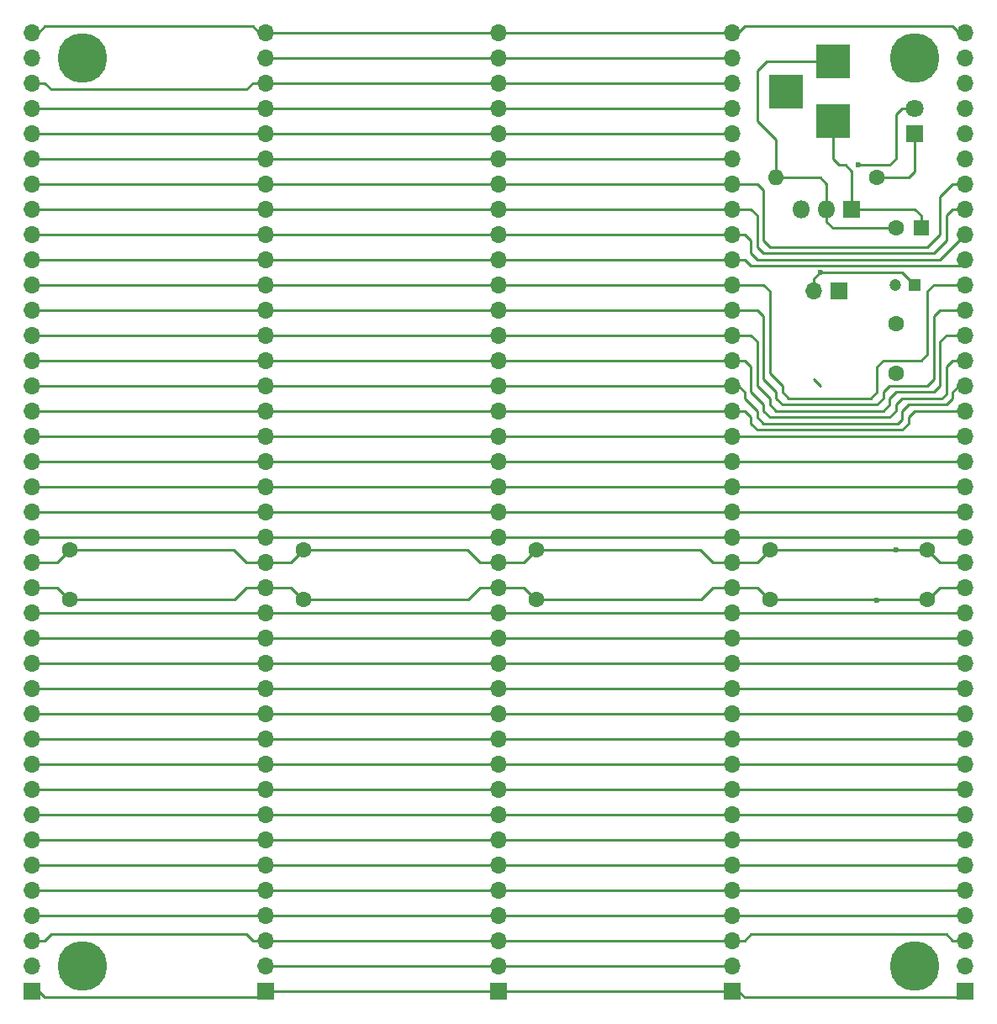
<source format=gtl>
G04 #@! TF.FileFunction,Copper,L1,Top,Signal*
%FSLAX46Y46*%
G04 Gerber Fmt 4.6, Leading zero omitted, Abs format (unit mm)*
G04 Created by KiCad (PCBNEW 4.0.7) date 02/11/19 21:11:47*
%MOMM*%
%LPD*%
G01*
G04 APERTURE LIST*
%ADD10C,0.100000*%
%ADD11R,1.700000X1.700000*%
%ADD12O,1.700000X1.700000*%
%ADD13R,1.600000X1.600000*%
%ADD14C,1.600000*%
%ADD15R,1.200000X1.200000*%
%ADD16C,1.200000*%
%ADD17R,3.500000X3.500000*%
%ADD18C,5.000000*%
%ADD19R,1.800000X1.800000*%
%ADD20O,1.800000X1.800000*%
%ADD21C,1.800000*%
%ADD22O,1.600000X1.600000*%
%ADD23C,0.600000*%
%ADD24C,0.250000*%
G04 APERTURE END LIST*
D10*
D11*
X64770000Y-156210000D03*
D12*
X64770000Y-153670000D03*
X64770000Y-151130000D03*
X64770000Y-148590000D03*
X64770000Y-146050000D03*
X64770000Y-143510000D03*
X64770000Y-140970000D03*
X64770000Y-138430000D03*
X64770000Y-135890000D03*
X64770000Y-133350000D03*
X64770000Y-130810000D03*
X64770000Y-128270000D03*
X64770000Y-125730000D03*
X64770000Y-123190000D03*
X64770000Y-120650000D03*
X64770000Y-118110000D03*
X64770000Y-115570000D03*
X64770000Y-113030000D03*
X64770000Y-110490000D03*
X64770000Y-107950000D03*
X64770000Y-105410000D03*
X64770000Y-102870000D03*
X64770000Y-100330000D03*
X64770000Y-97790000D03*
X64770000Y-95250000D03*
X64770000Y-92710000D03*
X64770000Y-90170000D03*
X64770000Y-87630000D03*
X64770000Y-85090000D03*
X64770000Y-82550000D03*
X64770000Y-80010000D03*
X64770000Y-77470000D03*
X64770000Y-74930000D03*
X64770000Y-72390000D03*
X64770000Y-69850000D03*
X64770000Y-67310000D03*
X64770000Y-64770000D03*
X64770000Y-62230000D03*
X64770000Y-59690000D03*
D13*
X154305000Y-79375000D03*
D14*
X151805000Y-79375000D03*
D15*
X153670000Y-85090000D03*
D16*
X151670000Y-85090000D03*
D14*
X151765000Y-93980000D03*
X151765000Y-88980000D03*
X68580000Y-111760000D03*
X68580000Y-116760000D03*
X92075000Y-111760000D03*
X92075000Y-116760000D03*
X115570000Y-111760000D03*
X115570000Y-116760000D03*
X139065000Y-111760000D03*
X139065000Y-116760000D03*
X154940000Y-111760000D03*
X154940000Y-116760000D03*
D17*
X145415000Y-68580000D03*
X145415000Y-62580000D03*
X140715000Y-65580000D03*
D11*
X88265000Y-156210000D03*
D12*
X88265000Y-153670000D03*
X88265000Y-151130000D03*
X88265000Y-148590000D03*
X88265000Y-146050000D03*
X88265000Y-143510000D03*
X88265000Y-140970000D03*
X88265000Y-138430000D03*
X88265000Y-135890000D03*
X88265000Y-133350000D03*
X88265000Y-130810000D03*
X88265000Y-128270000D03*
X88265000Y-125730000D03*
X88265000Y-123190000D03*
X88265000Y-120650000D03*
X88265000Y-118110000D03*
X88265000Y-115570000D03*
X88265000Y-113030000D03*
X88265000Y-110490000D03*
X88265000Y-107950000D03*
X88265000Y-105410000D03*
X88265000Y-102870000D03*
X88265000Y-100330000D03*
X88265000Y-97790000D03*
X88265000Y-95250000D03*
X88265000Y-92710000D03*
X88265000Y-90170000D03*
X88265000Y-87630000D03*
X88265000Y-85090000D03*
X88265000Y-82550000D03*
X88265000Y-80010000D03*
X88265000Y-77470000D03*
X88265000Y-74930000D03*
X88265000Y-72390000D03*
X88265000Y-69850000D03*
X88265000Y-67310000D03*
X88265000Y-64770000D03*
X88265000Y-62230000D03*
X88265000Y-59690000D03*
D11*
X111760000Y-156210000D03*
D12*
X111760000Y-153670000D03*
X111760000Y-151130000D03*
X111760000Y-148590000D03*
X111760000Y-146050000D03*
X111760000Y-143510000D03*
X111760000Y-140970000D03*
X111760000Y-138430000D03*
X111760000Y-135890000D03*
X111760000Y-133350000D03*
X111760000Y-130810000D03*
X111760000Y-128270000D03*
X111760000Y-125730000D03*
X111760000Y-123190000D03*
X111760000Y-120650000D03*
X111760000Y-118110000D03*
X111760000Y-115570000D03*
X111760000Y-113030000D03*
X111760000Y-110490000D03*
X111760000Y-107950000D03*
X111760000Y-105410000D03*
X111760000Y-102870000D03*
X111760000Y-100330000D03*
X111760000Y-97790000D03*
X111760000Y-95250000D03*
X111760000Y-92710000D03*
X111760000Y-90170000D03*
X111760000Y-87630000D03*
X111760000Y-85090000D03*
X111760000Y-82550000D03*
X111760000Y-80010000D03*
X111760000Y-77470000D03*
X111760000Y-74930000D03*
X111760000Y-72390000D03*
X111760000Y-69850000D03*
X111760000Y-67310000D03*
X111760000Y-64770000D03*
X111760000Y-62230000D03*
X111760000Y-59690000D03*
D11*
X135255000Y-156210000D03*
D12*
X135255000Y-153670000D03*
X135255000Y-151130000D03*
X135255000Y-148590000D03*
X135255000Y-146050000D03*
X135255000Y-143510000D03*
X135255000Y-140970000D03*
X135255000Y-138430000D03*
X135255000Y-135890000D03*
X135255000Y-133350000D03*
X135255000Y-130810000D03*
X135255000Y-128270000D03*
X135255000Y-125730000D03*
X135255000Y-123190000D03*
X135255000Y-120650000D03*
X135255000Y-118110000D03*
X135255000Y-115570000D03*
X135255000Y-113030000D03*
X135255000Y-110490000D03*
X135255000Y-107950000D03*
X135255000Y-105410000D03*
X135255000Y-102870000D03*
X135255000Y-100330000D03*
X135255000Y-97790000D03*
X135255000Y-95250000D03*
X135255000Y-92710000D03*
X135255000Y-90170000D03*
X135255000Y-87630000D03*
X135255000Y-85090000D03*
X135255000Y-82550000D03*
X135255000Y-80010000D03*
X135255000Y-77470000D03*
X135255000Y-74930000D03*
X135255000Y-72390000D03*
X135255000Y-69850000D03*
X135255000Y-67310000D03*
X135255000Y-64770000D03*
X135255000Y-62230000D03*
X135255000Y-59690000D03*
D11*
X158750000Y-156210000D03*
D12*
X158750000Y-153670000D03*
X158750000Y-151130000D03*
X158750000Y-148590000D03*
X158750000Y-146050000D03*
X158750000Y-143510000D03*
X158750000Y-140970000D03*
X158750000Y-138430000D03*
X158750000Y-135890000D03*
X158750000Y-133350000D03*
X158750000Y-130810000D03*
X158750000Y-128270000D03*
X158750000Y-125730000D03*
X158750000Y-123190000D03*
X158750000Y-120650000D03*
X158750000Y-118110000D03*
X158750000Y-115570000D03*
X158750000Y-113030000D03*
X158750000Y-110490000D03*
X158750000Y-107950000D03*
X158750000Y-105410000D03*
X158750000Y-102870000D03*
X158750000Y-100330000D03*
X158750000Y-97790000D03*
X158750000Y-95250000D03*
X158750000Y-92710000D03*
X158750000Y-90170000D03*
X158750000Y-87630000D03*
X158750000Y-85090000D03*
X158750000Y-82550000D03*
X158750000Y-80010000D03*
X158750000Y-77470000D03*
X158750000Y-74930000D03*
X158750000Y-72390000D03*
X158750000Y-69850000D03*
X158750000Y-67310000D03*
X158750000Y-64770000D03*
X158750000Y-62230000D03*
X158750000Y-59690000D03*
D18*
X69850000Y-153670000D03*
X153670000Y-153670000D03*
X153670000Y-62230000D03*
X69850000Y-62230000D03*
D19*
X147320000Y-77470000D03*
D20*
X144780000Y-77470000D03*
X142240000Y-77470000D03*
D11*
X146050000Y-85725000D03*
D12*
X143510000Y-85725000D03*
D19*
X153670000Y-69850000D03*
D21*
X153670000Y-67310000D03*
D14*
X149860000Y-74295000D03*
D22*
X139700000Y-74295000D03*
D23*
X149860000Y-116840000D03*
X147955000Y-73025000D03*
X144145000Y-83820000D03*
X151765000Y-111760000D03*
D24*
X144145000Y-95250000D02*
X143510000Y-94615000D01*
X154305000Y-79375000D02*
X154305000Y-78105000D01*
X153670000Y-77470000D02*
X147320000Y-77470000D01*
X154305000Y-78105000D02*
X153670000Y-77470000D01*
X145415000Y-68580000D02*
X145415000Y-72390000D01*
X147320000Y-73660000D02*
X147320000Y-77470000D01*
X146685000Y-73025000D02*
X147320000Y-73660000D01*
X146050000Y-73025000D02*
X146685000Y-73025000D01*
X145415000Y-72390000D02*
X146050000Y-73025000D01*
X145415000Y-62580000D02*
X138715000Y-62580000D01*
X139700000Y-70485000D02*
X139700000Y-74295000D01*
X137795000Y-68580000D02*
X139700000Y-70485000D01*
X137795000Y-63500000D02*
X137795000Y-68580000D01*
X138715000Y-62580000D02*
X137795000Y-63500000D01*
X151805000Y-79375000D02*
X145415000Y-79375000D01*
X144780000Y-78740000D02*
X145415000Y-79375000D01*
X144780000Y-78740000D02*
X144780000Y-77470000D01*
X139700000Y-74295000D02*
X144145000Y-74295000D01*
X144145000Y-74295000D02*
X144780000Y-74930000D01*
X144780000Y-74930000D02*
X144780000Y-77470000D01*
X149860000Y-116840000D02*
X149860000Y-116760000D01*
X149860000Y-116760000D02*
X149860000Y-116840000D01*
X149860000Y-116840000D02*
X149860000Y-116760000D01*
X139065000Y-116760000D02*
X149860000Y-116760000D01*
X149860000Y-116760000D02*
X154940000Y-116760000D01*
X115570000Y-116760000D02*
X132160000Y-116760000D01*
X133350000Y-115570000D02*
X135255000Y-115570000D01*
X132160000Y-116760000D02*
X133350000Y-115570000D01*
X92075000Y-116760000D02*
X108665000Y-116760000D01*
X109855000Y-115570000D02*
X111760000Y-115570000D01*
X108665000Y-116760000D02*
X109855000Y-115570000D01*
X68580000Y-116760000D02*
X85170000Y-116760000D01*
X86360000Y-115570000D02*
X88265000Y-115570000D01*
X85170000Y-116760000D02*
X86360000Y-115570000D01*
X68580000Y-116760000D02*
X68500000Y-116760000D01*
X68500000Y-116760000D02*
X67310000Y-115570000D01*
X67310000Y-115570000D02*
X64770000Y-115570000D01*
X92075000Y-116760000D02*
X91995000Y-116760000D01*
X91995000Y-116760000D02*
X90805000Y-115570000D01*
X90805000Y-115570000D02*
X88265000Y-115570000D01*
X115570000Y-116760000D02*
X115490000Y-116760000D01*
X115490000Y-116760000D02*
X114300000Y-115570000D01*
X114300000Y-115570000D02*
X111760000Y-115570000D01*
X139065000Y-116760000D02*
X138985000Y-116760000D01*
X138985000Y-116760000D02*
X137795000Y-115570000D01*
X137795000Y-115570000D02*
X135255000Y-115570000D01*
X154940000Y-116760000D02*
X155020000Y-116760000D01*
X155020000Y-116760000D02*
X156210000Y-115570000D01*
X156210000Y-115570000D02*
X158750000Y-115570000D01*
X152400000Y-83820000D02*
X153670000Y-85090000D01*
X151765000Y-71755000D02*
X151765000Y-72390000D01*
X151130000Y-73025000D02*
X147955000Y-73025000D01*
X151765000Y-72390000D02*
X151130000Y-73025000D01*
X153670000Y-67310000D02*
X152400000Y-67310000D01*
X151765000Y-67945000D02*
X151765000Y-71755000D01*
X152400000Y-67310000D02*
X151765000Y-67945000D01*
X143510000Y-85725000D02*
X143510000Y-84455000D01*
X143510000Y-84455000D02*
X144145000Y-83820000D01*
X144145000Y-83820000D02*
X152400000Y-83820000D01*
X139065000Y-111760000D02*
X151765000Y-111760000D01*
X151765000Y-111760000D02*
X154940000Y-111760000D01*
X115570000Y-111760000D02*
X132080000Y-111760000D01*
X133350000Y-113030000D02*
X135255000Y-113030000D01*
X132080000Y-111760000D02*
X133350000Y-113030000D01*
X92075000Y-111760000D02*
X108585000Y-111760000D01*
X109855000Y-113030000D02*
X111760000Y-113030000D01*
X108585000Y-111760000D02*
X109855000Y-113030000D01*
X68580000Y-111760000D02*
X85090000Y-111760000D01*
X86360000Y-113030000D02*
X88265000Y-113030000D01*
X85090000Y-111760000D02*
X86360000Y-113030000D01*
X68580000Y-111760000D02*
X67310000Y-113030000D01*
X67310000Y-113030000D02*
X64770000Y-113030000D01*
X92075000Y-111760000D02*
X90805000Y-113030000D01*
X90805000Y-113030000D02*
X88265000Y-113030000D01*
X115570000Y-111760000D02*
X114300000Y-113030000D01*
X114300000Y-113030000D02*
X111760000Y-113030000D01*
X139065000Y-111760000D02*
X137795000Y-113030000D01*
X137795000Y-113030000D02*
X135255000Y-113030000D01*
X154940000Y-111760000D02*
X156210000Y-113030000D01*
X156210000Y-113030000D02*
X158750000Y-113030000D01*
X135255000Y-156210000D02*
X135890000Y-156210000D01*
X135890000Y-156210000D02*
X136525000Y-156845000D01*
X158115000Y-156845000D02*
X158750000Y-156210000D01*
X136525000Y-156845000D02*
X158115000Y-156845000D01*
X111760000Y-156210000D02*
X135255000Y-156210000D01*
X88265000Y-156210000D02*
X111760000Y-156210000D01*
X64770000Y-156210000D02*
X65405000Y-156210000D01*
X65405000Y-156210000D02*
X66040000Y-156845000D01*
X66040000Y-156845000D02*
X87630000Y-156845000D01*
X87630000Y-156845000D02*
X88265000Y-156210000D01*
X88265000Y-153670000D02*
X111760000Y-153670000D01*
X111760000Y-153670000D02*
X135255000Y-153670000D01*
X111760000Y-151130000D02*
X135255000Y-151130000D01*
X88265000Y-151130000D02*
X111760000Y-151130000D01*
X156845000Y-150495000D02*
X157480000Y-151130000D01*
X136525000Y-151130000D02*
X135255000Y-151130000D01*
X137160000Y-150495000D02*
X136525000Y-151130000D01*
X156845000Y-150495000D02*
X137160000Y-150495000D01*
X157480000Y-151130000D02*
X158750000Y-151130000D01*
X64770000Y-151130000D02*
X66040000Y-151130000D01*
X66040000Y-151130000D02*
X66675000Y-150495000D01*
X66675000Y-150495000D02*
X86360000Y-150495000D01*
X86360000Y-150495000D02*
X86995000Y-151130000D01*
X86995000Y-151130000D02*
X88265000Y-151130000D01*
X135255000Y-148590000D02*
X158750000Y-148590000D01*
X111760000Y-148590000D02*
X135255000Y-148590000D01*
X88265000Y-148590000D02*
X111760000Y-148590000D01*
X64770000Y-148590000D02*
X88265000Y-148590000D01*
X135255000Y-146050000D02*
X158750000Y-146050000D01*
X111760000Y-146050000D02*
X135255000Y-146050000D01*
X88265000Y-146050000D02*
X111760000Y-146050000D01*
X64770000Y-146050000D02*
X88265000Y-146050000D01*
X135255000Y-143510000D02*
X158750000Y-143510000D01*
X135255000Y-143510000D02*
X111760000Y-143510000D01*
X88265000Y-143510000D02*
X111760000Y-143510000D01*
X88265000Y-143510000D02*
X64770000Y-143510000D01*
X135255000Y-140970000D02*
X158750000Y-140970000D01*
X111760000Y-140970000D02*
X135255000Y-140970000D01*
X88265000Y-140970000D02*
X111760000Y-140970000D01*
X64770000Y-140970000D02*
X88265000Y-140970000D01*
X135255000Y-138430000D02*
X158750000Y-138430000D01*
X111760000Y-138430000D02*
X135255000Y-138430000D01*
X88265000Y-138430000D02*
X111760000Y-138430000D01*
X64770000Y-138430000D02*
X88265000Y-138430000D01*
X135255000Y-135890000D02*
X158750000Y-135890000D01*
X135255000Y-135890000D02*
X111760000Y-135890000D01*
X88265000Y-135890000D02*
X111760000Y-135890000D01*
X64770000Y-135890000D02*
X88265000Y-135890000D01*
X135255000Y-133350000D02*
X158750000Y-133350000D01*
X111760000Y-133350000D02*
X135255000Y-133350000D01*
X88265000Y-133350000D02*
X111760000Y-133350000D01*
X64770000Y-133350000D02*
X88265000Y-133350000D01*
X64770000Y-130810000D02*
X88265000Y-130810000D01*
X88265000Y-130810000D02*
X111760000Y-130810000D01*
X111760000Y-130810000D02*
X135255000Y-130810000D01*
X135255000Y-130810000D02*
X158750000Y-130810000D01*
X88265000Y-128270000D02*
X64770000Y-128270000D01*
X111760000Y-128270000D02*
X88265000Y-128270000D01*
X135255000Y-128270000D02*
X111760000Y-128270000D01*
X158750000Y-128270000D02*
X135255000Y-128270000D01*
X64770000Y-125730000D02*
X88265000Y-125730000D01*
X88265000Y-125730000D02*
X111760000Y-125730000D01*
X111760000Y-125730000D02*
X135255000Y-125730000D01*
X135255000Y-125730000D02*
X158750000Y-125730000D01*
X88265000Y-123190000D02*
X64770000Y-123190000D01*
X111760000Y-123190000D02*
X88265000Y-123190000D01*
X111760000Y-123190000D02*
X135255000Y-123190000D01*
X158750000Y-123190000D02*
X135255000Y-123190000D01*
X64770000Y-120650000D02*
X88265000Y-120650000D01*
X88265000Y-120650000D02*
X111760000Y-120650000D01*
X111760000Y-120650000D02*
X135255000Y-120650000D01*
X135255000Y-120650000D02*
X158750000Y-120650000D01*
X88265000Y-118110000D02*
X64770000Y-118110000D01*
X111760000Y-118110000D02*
X88265000Y-118110000D01*
X135255000Y-118110000D02*
X111760000Y-118110000D01*
X158750000Y-118110000D02*
X135255000Y-118110000D01*
X111760000Y-110490000D02*
X135255000Y-110490000D01*
X135255000Y-110490000D02*
X158750000Y-110490000D01*
X88265000Y-110490000D02*
X111760000Y-110490000D01*
X64770000Y-110490000D02*
X88265000Y-110490000D01*
X135255000Y-107950000D02*
X158750000Y-107950000D01*
X111760000Y-107950000D02*
X135255000Y-107950000D01*
X88265000Y-107950000D02*
X111760000Y-107950000D01*
X64770000Y-107950000D02*
X88265000Y-107950000D01*
X135255000Y-105410000D02*
X158750000Y-105410000D01*
X135255000Y-105410000D02*
X111760000Y-105410000D01*
X88265000Y-105410000D02*
X111760000Y-105410000D01*
X88265000Y-105410000D02*
X64770000Y-105410000D01*
X135255000Y-102870000D02*
X158750000Y-102870000D01*
X111760000Y-102870000D02*
X135255000Y-102870000D01*
X111760000Y-102870000D02*
X88265000Y-102870000D01*
X64770000Y-102870000D02*
X88265000Y-102870000D01*
X87630000Y-102870000D02*
X88265000Y-102870000D01*
X135255000Y-100330000D02*
X158750000Y-100330000D01*
X135255000Y-100330000D02*
X111760000Y-100330000D01*
X88265000Y-100330000D02*
X111760000Y-100330000D01*
X64770000Y-100330000D02*
X88265000Y-100330000D01*
X87470000Y-100330000D02*
X88265000Y-100330000D01*
X141605000Y-99695000D02*
X137795000Y-99695000D01*
X137160000Y-98425000D02*
X136525000Y-97790000D01*
X137160000Y-99060000D02*
X137160000Y-98425000D01*
X137795000Y-99695000D02*
X137160000Y-99060000D01*
X153035000Y-98425000D02*
X153035000Y-99060000D01*
X152400000Y-99695000D02*
X141605000Y-99695000D01*
X153035000Y-99060000D02*
X152400000Y-99695000D01*
X135255000Y-97790000D02*
X136525000Y-97790000D01*
X153670000Y-97790000D02*
X153035000Y-98425000D01*
X153670000Y-97790000D02*
X158750000Y-97790000D01*
X111760000Y-97790000D02*
X135255000Y-97790000D01*
X88265000Y-97790000D02*
X111760000Y-97790000D01*
X64770000Y-97790000D02*
X88265000Y-97790000D01*
X142240000Y-99060000D02*
X138430000Y-99060000D01*
X137795000Y-97790000D02*
X137160000Y-97155000D01*
X137795000Y-98425000D02*
X137795000Y-97790000D01*
X138430000Y-99060000D02*
X137795000Y-98425000D01*
X152400000Y-98609998D02*
X152400000Y-97790000D01*
X151949998Y-99060000D02*
X152400000Y-98609998D01*
X142240000Y-99060000D02*
X151949998Y-99060000D01*
X136525000Y-95885000D02*
X135890000Y-95250000D01*
X136525000Y-96520000D02*
X136525000Y-95885000D01*
X137160000Y-97155000D02*
X136525000Y-96520000D01*
X135890000Y-95250000D02*
X135255000Y-95250000D01*
X158750000Y-95250000D02*
X158115000Y-95250000D01*
X158115000Y-95250000D02*
X157480000Y-95885000D01*
X153035000Y-97155000D02*
X152400000Y-97790000D01*
X156845000Y-97155000D02*
X153035000Y-97155000D01*
X157480000Y-96520000D02*
X156845000Y-97155000D01*
X157480000Y-95885000D02*
X157480000Y-96520000D01*
X111760000Y-95250000D02*
X135255000Y-95250000D01*
X111760000Y-95250000D02*
X88265000Y-95250000D01*
X88265000Y-95250000D02*
X64770000Y-95250000D01*
X151130000Y-98425000D02*
X142875000Y-98425000D01*
X157480000Y-92710000D02*
X156845000Y-93345000D01*
X156845000Y-93345000D02*
X156845000Y-96069998D01*
X156845000Y-96069998D02*
X156394998Y-96520000D01*
X156394998Y-96520000D02*
X152400000Y-96520000D01*
X152400000Y-96520000D02*
X151765000Y-97155000D01*
X137160000Y-93345000D02*
X136525000Y-92710000D01*
X137160000Y-95885000D02*
X137160000Y-93345000D01*
X137795000Y-96520000D02*
X137160000Y-95885000D01*
X135255000Y-92710000D02*
X136525000Y-92710000D01*
X157480000Y-92710000D02*
X158750000Y-92710000D01*
X151130000Y-98425000D02*
X151765000Y-97790000D01*
X151765000Y-97790000D02*
X151765000Y-97155000D01*
X139065000Y-98425000D02*
X138430000Y-97790000D01*
X138430000Y-97790000D02*
X138430000Y-97155000D01*
X138430000Y-97155000D02*
X137795000Y-96520000D01*
X142875000Y-98425000D02*
X139065000Y-98425000D01*
X111760000Y-92710000D02*
X135255000Y-92710000D01*
X88265000Y-92710000D02*
X111760000Y-92710000D01*
X64770000Y-92710000D02*
X88265000Y-92710000D01*
X138430000Y-95885000D02*
X139065000Y-96520000D01*
X151130000Y-97155000D02*
X151130000Y-96520000D01*
X150495000Y-97790000D02*
X151130000Y-97155000D01*
X139700000Y-97790000D02*
X150495000Y-97790000D01*
X139065000Y-97155000D02*
X139700000Y-97790000D01*
X139065000Y-96520000D02*
X139065000Y-97155000D01*
X158750000Y-90170000D02*
X156845000Y-90170000D01*
X137160000Y-90170000D02*
X135255000Y-90170000D01*
X137795000Y-90805000D02*
X137160000Y-90170000D01*
X137795000Y-95250000D02*
X137795000Y-90805000D01*
X138430000Y-95885000D02*
X137795000Y-95250000D01*
X151765000Y-95885000D02*
X151130000Y-96520000D01*
X155575000Y-95885000D02*
X151765000Y-95885000D01*
X156210000Y-95250000D02*
X155575000Y-95885000D01*
X156210000Y-90805000D02*
X156210000Y-95250000D01*
X156845000Y-90170000D02*
X156210000Y-90805000D01*
X135255000Y-90170000D02*
X111760000Y-90170000D01*
X111760000Y-90170000D02*
X88265000Y-90170000D01*
X88265000Y-90170000D02*
X64770000Y-90170000D01*
X154940000Y-95250000D02*
X151130000Y-95250000D01*
X155575000Y-94615000D02*
X154940000Y-95250000D01*
X155575000Y-88265000D02*
X155575000Y-94615000D01*
X156210000Y-87630000D02*
X155575000Y-88265000D01*
X158750000Y-87630000D02*
X156210000Y-87630000D01*
X149860000Y-97155000D02*
X150495000Y-96520000D01*
X150495000Y-96520000D02*
X150495000Y-95885000D01*
X150495000Y-95885000D02*
X151130000Y-95250000D01*
X139065000Y-95250000D02*
X139700000Y-95885000D01*
X139700000Y-96520000D02*
X140335000Y-97155000D01*
X139700000Y-95885000D02*
X139700000Y-96520000D01*
X137795000Y-87630000D02*
X135255000Y-87630000D01*
X138430000Y-88265000D02*
X137795000Y-87630000D01*
X138430000Y-94615000D02*
X138430000Y-88265000D01*
X139065000Y-95250000D02*
X138430000Y-94615000D01*
X140335000Y-97155000D02*
X149860000Y-97155000D01*
X111760000Y-87630000D02*
X135255000Y-87630000D01*
X88265000Y-87630000D02*
X111760000Y-87630000D01*
X64770000Y-87630000D02*
X88265000Y-87630000D01*
X155575000Y-85090000D02*
X154940000Y-85725000D01*
X158750000Y-85090000D02*
X155575000Y-85090000D01*
X154940000Y-85725000D02*
X154940000Y-92075000D01*
X139700000Y-94615000D02*
X140335000Y-95250000D01*
X149860000Y-95885000D02*
X149860000Y-94615000D01*
X149225000Y-96520000D02*
X149860000Y-95885000D01*
X140970000Y-96520000D02*
X149225000Y-96520000D01*
X140335000Y-95885000D02*
X140970000Y-96520000D01*
X140335000Y-95250000D02*
X140335000Y-95885000D01*
X154940000Y-92075000D02*
X154305000Y-92710000D01*
X154305000Y-92710000D02*
X150495000Y-92710000D01*
X150495000Y-92710000D02*
X149860000Y-93345000D01*
X149860000Y-93345000D02*
X149860000Y-94615000D01*
X138430000Y-85090000D02*
X135255000Y-85090000D01*
X139065000Y-85725000D02*
X138430000Y-85090000D01*
X139065000Y-93980000D02*
X139065000Y-85725000D01*
X139700000Y-94615000D02*
X139065000Y-93980000D01*
X135255000Y-85090000D02*
X111760000Y-85090000D01*
X111760000Y-85090000D02*
X88265000Y-85090000D01*
X88265000Y-85090000D02*
X64770000Y-85090000D01*
X137160000Y-83185000D02*
X157480000Y-83185000D01*
X136525000Y-82550000D02*
X137160000Y-83185000D01*
X135255000Y-82550000D02*
X136525000Y-82550000D01*
X157480000Y-83185000D02*
X158115000Y-83185000D01*
X158115000Y-83185000D02*
X158750000Y-82550000D01*
X111760000Y-82550000D02*
X135255000Y-82550000D01*
X88265000Y-82550000D02*
X111760000Y-82550000D01*
X64770000Y-82550000D02*
X88265000Y-82550000D01*
X156845000Y-81915000D02*
X156210000Y-82550000D01*
X136525000Y-80010000D02*
X137160000Y-80645000D01*
X137160000Y-80645000D02*
X137160000Y-81915000D01*
X137160000Y-81915000D02*
X137795000Y-82550000D01*
X158750000Y-80010000D02*
X156845000Y-81915000D01*
X136525000Y-80010000D02*
X135255000Y-80010000D01*
X156210000Y-82550000D02*
X137795000Y-82550000D01*
X135255000Y-80010000D02*
X111760000Y-80010000D01*
X111760000Y-80010000D02*
X88265000Y-80010000D01*
X88265000Y-80010000D02*
X64770000Y-80010000D01*
X138430000Y-81915000D02*
X155575000Y-81915000D01*
X138430000Y-81915000D02*
X137795000Y-81280000D01*
X137795000Y-81280000D02*
X137795000Y-78105000D01*
X137795000Y-78105000D02*
X137160000Y-77470000D01*
X135255000Y-77470000D02*
X137160000Y-77470000D01*
X155575000Y-81915000D02*
X156210000Y-81280000D01*
X157480000Y-77470000D02*
X156845000Y-78105000D01*
X156845000Y-78105000D02*
X156845000Y-80645000D01*
X156845000Y-80645000D02*
X156210000Y-81280000D01*
X158750000Y-77470000D02*
X157480000Y-77470000D01*
X111760000Y-77470000D02*
X135255000Y-77470000D01*
X88265000Y-77470000D02*
X111760000Y-77470000D01*
X64770000Y-77470000D02*
X88265000Y-77470000D01*
X155575000Y-80645000D02*
X154940000Y-81280000D01*
X139065000Y-81280000D02*
X138430000Y-80645000D01*
X138430000Y-80645000D02*
X138430000Y-75565000D01*
X138430000Y-75565000D02*
X137795000Y-74930000D01*
X135255000Y-74930000D02*
X137795000Y-74930000D01*
X156210000Y-76200000D02*
X156210000Y-80010000D01*
X156210000Y-80010000D02*
X155575000Y-80645000D01*
X157480000Y-74930000D02*
X158750000Y-74930000D01*
X157480000Y-74930000D02*
X156210000Y-76200000D01*
X154940000Y-81280000D02*
X139065000Y-81280000D01*
X135255000Y-74930000D02*
X111760000Y-74930000D01*
X111760000Y-74930000D02*
X88265000Y-74930000D01*
X88265000Y-74930000D02*
X64770000Y-74930000D01*
X111760000Y-72390000D02*
X135255000Y-72390000D01*
X88265000Y-72390000D02*
X111760000Y-72390000D01*
X64770000Y-72390000D02*
X88265000Y-72390000D01*
X135255000Y-69850000D02*
X111760000Y-69850000D01*
X111760000Y-69850000D02*
X88265000Y-69850000D01*
X88265000Y-69850000D02*
X64770000Y-69850000D01*
X111760000Y-67310000D02*
X135255000Y-67310000D01*
X88265000Y-67310000D02*
X111760000Y-67310000D01*
X64770000Y-67310000D02*
X88265000Y-67310000D01*
X111760000Y-64770000D02*
X135255000Y-64770000D01*
X88265000Y-64770000D02*
X111760000Y-64770000D01*
X64770000Y-64770000D02*
X66040000Y-64770000D01*
X86995000Y-64770000D02*
X88265000Y-64770000D01*
X86360000Y-65405000D02*
X86995000Y-64770000D01*
X66675000Y-65405000D02*
X86360000Y-65405000D01*
X66040000Y-64770000D02*
X66675000Y-65405000D01*
X111760000Y-62230000D02*
X88265000Y-62230000D01*
X135255000Y-62230000D02*
X111760000Y-62230000D01*
X88265000Y-59690000D02*
X111760000Y-59690000D01*
X135255000Y-59690000D02*
X111760000Y-59690000D01*
X135255000Y-59690000D02*
X135890000Y-59690000D01*
X135890000Y-59690000D02*
X136525000Y-59055000D01*
X158750000Y-59690000D02*
X158115000Y-59690000D01*
X158115000Y-59690000D02*
X157480000Y-59055000D01*
X157480000Y-59055000D02*
X136525000Y-59055000D01*
X88265000Y-59690000D02*
X87630000Y-59690000D01*
X87630000Y-59690000D02*
X86995000Y-59055000D01*
X86995000Y-59055000D02*
X66040000Y-59055000D01*
X66040000Y-59055000D02*
X65405000Y-59690000D01*
X65405000Y-59690000D02*
X64770000Y-59690000D01*
X153670000Y-69850000D02*
X153670000Y-73660000D01*
X153035000Y-74295000D02*
X149860000Y-74295000D01*
X153670000Y-73660000D02*
X153035000Y-74295000D01*
X153670000Y-69850000D02*
X153670000Y-70485000D01*
M02*

</source>
